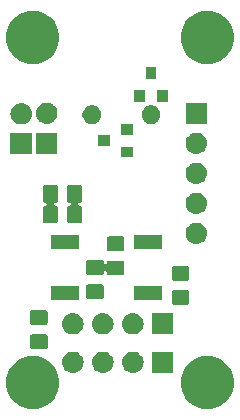
<source format=gbr>
G04 #@! TF.GenerationSoftware,KiCad,Pcbnew,(5.0.2)-1*
G04 #@! TF.CreationDate,2020-09-16T07:35:29+02:00*
G04 #@! TF.ProjectId,TinkerShieldPaddle,54696e6b-6572-4536-9869-656c64506164,rev?*
G04 #@! TF.SameCoordinates,Original*
G04 #@! TF.FileFunction,Soldermask,Top*
G04 #@! TF.FilePolarity,Negative*
%FSLAX46Y46*%
G04 Gerber Fmt 4.6, Leading zero omitted, Abs format (unit mm)*
G04 Created by KiCad (PCBNEW (5.0.2)-1) date 16.09.2020 07:35:29*
%MOMM*%
%LPD*%
G01*
G04 APERTURE LIST*
%ADD10C,0.100000*%
G04 APERTURE END LIST*
D10*
G36*
X167808445Y-147516254D02*
X168156593Y-147585504D01*
X168566249Y-147755189D01*
X168934929Y-148001534D01*
X169248466Y-148315071D01*
X169494811Y-148683751D01*
X169664496Y-149093407D01*
X169751000Y-149528296D01*
X169751000Y-149971704D01*
X169664496Y-150406593D01*
X169494811Y-150816249D01*
X169248466Y-151184929D01*
X168934929Y-151498466D01*
X168566249Y-151744811D01*
X168156593Y-151914496D01*
X167808445Y-151983746D01*
X167721706Y-152001000D01*
X167278294Y-152001000D01*
X167191555Y-151983746D01*
X166843407Y-151914496D01*
X166433751Y-151744811D01*
X166065071Y-151498466D01*
X165751534Y-151184929D01*
X165505189Y-150816249D01*
X165335504Y-150406593D01*
X165249000Y-149971704D01*
X165249000Y-149528296D01*
X165335504Y-149093407D01*
X165505189Y-148683751D01*
X165751534Y-148315071D01*
X166065071Y-148001534D01*
X166433751Y-147755189D01*
X166843407Y-147585504D01*
X167191555Y-147516254D01*
X167278294Y-147499000D01*
X167721706Y-147499000D01*
X167808445Y-147516254D01*
X167808445Y-147516254D01*
G37*
G36*
X153058445Y-147516254D02*
X153406593Y-147585504D01*
X153816249Y-147755189D01*
X154184929Y-148001534D01*
X154498466Y-148315071D01*
X154744811Y-148683751D01*
X154914496Y-149093407D01*
X155001000Y-149528296D01*
X155001000Y-149971704D01*
X154914496Y-150406593D01*
X154744811Y-150816249D01*
X154498466Y-151184929D01*
X154184929Y-151498466D01*
X153816249Y-151744811D01*
X153406593Y-151914496D01*
X153058445Y-151983746D01*
X152971706Y-152001000D01*
X152528294Y-152001000D01*
X152441555Y-151983746D01*
X152093407Y-151914496D01*
X151683751Y-151744811D01*
X151315071Y-151498466D01*
X151001534Y-151184929D01*
X150755189Y-150816249D01*
X150585504Y-150406593D01*
X150499000Y-149971704D01*
X150499000Y-149528296D01*
X150585504Y-149093407D01*
X150755189Y-148683751D01*
X151001534Y-148315071D01*
X151315071Y-148001534D01*
X151683751Y-147755189D01*
X152093407Y-147585504D01*
X152441555Y-147516254D01*
X152528294Y-147499000D01*
X152971706Y-147499000D01*
X153058445Y-147516254D01*
X153058445Y-147516254D01*
G37*
G36*
X164651000Y-148901000D02*
X162849000Y-148901000D01*
X162849000Y-147099000D01*
X164651000Y-147099000D01*
X164651000Y-148901000D01*
X164651000Y-148901000D01*
G37*
G36*
X156240442Y-147105518D02*
X156306627Y-147112037D01*
X156419853Y-147146384D01*
X156476467Y-147163557D01*
X156615087Y-147237652D01*
X156632991Y-147247222D01*
X156668729Y-147276552D01*
X156770186Y-147359814D01*
X156853448Y-147461271D01*
X156882778Y-147497009D01*
X156882779Y-147497011D01*
X156966443Y-147653533D01*
X156966443Y-147653534D01*
X157017963Y-147823373D01*
X157035359Y-148000000D01*
X157017963Y-148176627D01*
X156983616Y-148289853D01*
X156966443Y-148346467D01*
X156892348Y-148485087D01*
X156882778Y-148502991D01*
X156853448Y-148538729D01*
X156770186Y-148640186D01*
X156668729Y-148723448D01*
X156632991Y-148752778D01*
X156632989Y-148752779D01*
X156476467Y-148836443D01*
X156419853Y-148853616D01*
X156306627Y-148887963D01*
X156240443Y-148894481D01*
X156174260Y-148901000D01*
X156085740Y-148901000D01*
X156019557Y-148894481D01*
X155953373Y-148887963D01*
X155840147Y-148853616D01*
X155783533Y-148836443D01*
X155627011Y-148752779D01*
X155627009Y-148752778D01*
X155591271Y-148723448D01*
X155489814Y-148640186D01*
X155406552Y-148538729D01*
X155377222Y-148502991D01*
X155367652Y-148485087D01*
X155293557Y-148346467D01*
X155276384Y-148289853D01*
X155242037Y-148176627D01*
X155224641Y-148000000D01*
X155242037Y-147823373D01*
X155293557Y-147653534D01*
X155293557Y-147653533D01*
X155377221Y-147497011D01*
X155377222Y-147497009D01*
X155406552Y-147461271D01*
X155489814Y-147359814D01*
X155591271Y-147276552D01*
X155627009Y-147247222D01*
X155644913Y-147237652D01*
X155783533Y-147163557D01*
X155840147Y-147146384D01*
X155953373Y-147112037D01*
X156019558Y-147105518D01*
X156085740Y-147099000D01*
X156174260Y-147099000D01*
X156240442Y-147105518D01*
X156240442Y-147105518D01*
G37*
G36*
X161320442Y-147105518D02*
X161386627Y-147112037D01*
X161499853Y-147146384D01*
X161556467Y-147163557D01*
X161695087Y-147237652D01*
X161712991Y-147247222D01*
X161748729Y-147276552D01*
X161850186Y-147359814D01*
X161933448Y-147461271D01*
X161962778Y-147497009D01*
X161962779Y-147497011D01*
X162046443Y-147653533D01*
X162046443Y-147653534D01*
X162097963Y-147823373D01*
X162115359Y-148000000D01*
X162097963Y-148176627D01*
X162063616Y-148289853D01*
X162046443Y-148346467D01*
X161972348Y-148485087D01*
X161962778Y-148502991D01*
X161933448Y-148538729D01*
X161850186Y-148640186D01*
X161748729Y-148723448D01*
X161712991Y-148752778D01*
X161712989Y-148752779D01*
X161556467Y-148836443D01*
X161499853Y-148853616D01*
X161386627Y-148887963D01*
X161320443Y-148894481D01*
X161254260Y-148901000D01*
X161165740Y-148901000D01*
X161099557Y-148894481D01*
X161033373Y-148887963D01*
X160920147Y-148853616D01*
X160863533Y-148836443D01*
X160707011Y-148752779D01*
X160707009Y-148752778D01*
X160671271Y-148723448D01*
X160569814Y-148640186D01*
X160486552Y-148538729D01*
X160457222Y-148502991D01*
X160447652Y-148485087D01*
X160373557Y-148346467D01*
X160356384Y-148289853D01*
X160322037Y-148176627D01*
X160304641Y-148000000D01*
X160322037Y-147823373D01*
X160373557Y-147653534D01*
X160373557Y-147653533D01*
X160457221Y-147497011D01*
X160457222Y-147497009D01*
X160486552Y-147461271D01*
X160569814Y-147359814D01*
X160671271Y-147276552D01*
X160707009Y-147247222D01*
X160724913Y-147237652D01*
X160863533Y-147163557D01*
X160920147Y-147146384D01*
X161033373Y-147112037D01*
X161099558Y-147105518D01*
X161165740Y-147099000D01*
X161254260Y-147099000D01*
X161320442Y-147105518D01*
X161320442Y-147105518D01*
G37*
G36*
X158780442Y-147105518D02*
X158846627Y-147112037D01*
X158959853Y-147146384D01*
X159016467Y-147163557D01*
X159155087Y-147237652D01*
X159172991Y-147247222D01*
X159208729Y-147276552D01*
X159310186Y-147359814D01*
X159393448Y-147461271D01*
X159422778Y-147497009D01*
X159422779Y-147497011D01*
X159506443Y-147653533D01*
X159506443Y-147653534D01*
X159557963Y-147823373D01*
X159575359Y-148000000D01*
X159557963Y-148176627D01*
X159523616Y-148289853D01*
X159506443Y-148346467D01*
X159432348Y-148485087D01*
X159422778Y-148502991D01*
X159393448Y-148538729D01*
X159310186Y-148640186D01*
X159208729Y-148723448D01*
X159172991Y-148752778D01*
X159172989Y-148752779D01*
X159016467Y-148836443D01*
X158959853Y-148853616D01*
X158846627Y-148887963D01*
X158780443Y-148894481D01*
X158714260Y-148901000D01*
X158625740Y-148901000D01*
X158559557Y-148894481D01*
X158493373Y-148887963D01*
X158380147Y-148853616D01*
X158323533Y-148836443D01*
X158167011Y-148752779D01*
X158167009Y-148752778D01*
X158131271Y-148723448D01*
X158029814Y-148640186D01*
X157946552Y-148538729D01*
X157917222Y-148502991D01*
X157907652Y-148485087D01*
X157833557Y-148346467D01*
X157816384Y-148289853D01*
X157782037Y-148176627D01*
X157764641Y-148000000D01*
X157782037Y-147823373D01*
X157833557Y-147653534D01*
X157833557Y-147653533D01*
X157917221Y-147497011D01*
X157917222Y-147497009D01*
X157946552Y-147461271D01*
X158029814Y-147359814D01*
X158131271Y-147276552D01*
X158167009Y-147247222D01*
X158184913Y-147237652D01*
X158323533Y-147163557D01*
X158380147Y-147146384D01*
X158493373Y-147112037D01*
X158559558Y-147105518D01*
X158625740Y-147099000D01*
X158714260Y-147099000D01*
X158780442Y-147105518D01*
X158780442Y-147105518D01*
G37*
G36*
X153838677Y-145653465D02*
X153876364Y-145664898D01*
X153911103Y-145683466D01*
X153941548Y-145708452D01*
X153966534Y-145738897D01*
X153985102Y-145773636D01*
X153996535Y-145811323D01*
X154001000Y-145856661D01*
X154001000Y-146693339D01*
X153996535Y-146738677D01*
X153985102Y-146776364D01*
X153966534Y-146811103D01*
X153941548Y-146841548D01*
X153911103Y-146866534D01*
X153876364Y-146885102D01*
X153838677Y-146896535D01*
X153793339Y-146901000D01*
X152706661Y-146901000D01*
X152661323Y-146896535D01*
X152623636Y-146885102D01*
X152588897Y-146866534D01*
X152558452Y-146841548D01*
X152533466Y-146811103D01*
X152514898Y-146776364D01*
X152503465Y-146738677D01*
X152499000Y-146693339D01*
X152499000Y-145856661D01*
X152503465Y-145811323D01*
X152514898Y-145773636D01*
X152533466Y-145738897D01*
X152558452Y-145708452D01*
X152588897Y-145683466D01*
X152623636Y-145664898D01*
X152661323Y-145653465D01*
X152706661Y-145649000D01*
X153793339Y-145649000D01*
X153838677Y-145653465D01*
X153838677Y-145653465D01*
G37*
G36*
X156240442Y-143855518D02*
X156306627Y-143862037D01*
X156419853Y-143896384D01*
X156476467Y-143913557D01*
X156615087Y-143987652D01*
X156632991Y-143997222D01*
X156668729Y-144026552D01*
X156770186Y-144109814D01*
X156853448Y-144211271D01*
X156882778Y-144247009D01*
X156882779Y-144247011D01*
X156966443Y-144403533D01*
X156966443Y-144403534D01*
X157017963Y-144573373D01*
X157035359Y-144750000D01*
X157017963Y-144926627D01*
X156983616Y-145039853D01*
X156966443Y-145096467D01*
X156892348Y-145235087D01*
X156882778Y-145252991D01*
X156853448Y-145288729D01*
X156770186Y-145390186D01*
X156668729Y-145473448D01*
X156632991Y-145502778D01*
X156632989Y-145502779D01*
X156476467Y-145586443D01*
X156419853Y-145603616D01*
X156306627Y-145637963D01*
X156240442Y-145644482D01*
X156174260Y-145651000D01*
X156085740Y-145651000D01*
X156019558Y-145644482D01*
X155953373Y-145637963D01*
X155840147Y-145603616D01*
X155783533Y-145586443D01*
X155627011Y-145502779D01*
X155627009Y-145502778D01*
X155591271Y-145473448D01*
X155489814Y-145390186D01*
X155406552Y-145288729D01*
X155377222Y-145252991D01*
X155367652Y-145235087D01*
X155293557Y-145096467D01*
X155276384Y-145039853D01*
X155242037Y-144926627D01*
X155224641Y-144750000D01*
X155242037Y-144573373D01*
X155293557Y-144403534D01*
X155293557Y-144403533D01*
X155377221Y-144247011D01*
X155377222Y-144247009D01*
X155406552Y-144211271D01*
X155489814Y-144109814D01*
X155591271Y-144026552D01*
X155627009Y-143997222D01*
X155644913Y-143987652D01*
X155783533Y-143913557D01*
X155840147Y-143896384D01*
X155953373Y-143862037D01*
X156019558Y-143855518D01*
X156085740Y-143849000D01*
X156174260Y-143849000D01*
X156240442Y-143855518D01*
X156240442Y-143855518D01*
G37*
G36*
X158780442Y-143855518D02*
X158846627Y-143862037D01*
X158959853Y-143896384D01*
X159016467Y-143913557D01*
X159155087Y-143987652D01*
X159172991Y-143997222D01*
X159208729Y-144026552D01*
X159310186Y-144109814D01*
X159393448Y-144211271D01*
X159422778Y-144247009D01*
X159422779Y-144247011D01*
X159506443Y-144403533D01*
X159506443Y-144403534D01*
X159557963Y-144573373D01*
X159575359Y-144750000D01*
X159557963Y-144926627D01*
X159523616Y-145039853D01*
X159506443Y-145096467D01*
X159432348Y-145235087D01*
X159422778Y-145252991D01*
X159393448Y-145288729D01*
X159310186Y-145390186D01*
X159208729Y-145473448D01*
X159172991Y-145502778D01*
X159172989Y-145502779D01*
X159016467Y-145586443D01*
X158959853Y-145603616D01*
X158846627Y-145637963D01*
X158780442Y-145644482D01*
X158714260Y-145651000D01*
X158625740Y-145651000D01*
X158559558Y-145644482D01*
X158493373Y-145637963D01*
X158380147Y-145603616D01*
X158323533Y-145586443D01*
X158167011Y-145502779D01*
X158167009Y-145502778D01*
X158131271Y-145473448D01*
X158029814Y-145390186D01*
X157946552Y-145288729D01*
X157917222Y-145252991D01*
X157907652Y-145235087D01*
X157833557Y-145096467D01*
X157816384Y-145039853D01*
X157782037Y-144926627D01*
X157764641Y-144750000D01*
X157782037Y-144573373D01*
X157833557Y-144403534D01*
X157833557Y-144403533D01*
X157917221Y-144247011D01*
X157917222Y-144247009D01*
X157946552Y-144211271D01*
X158029814Y-144109814D01*
X158131271Y-144026552D01*
X158167009Y-143997222D01*
X158184913Y-143987652D01*
X158323533Y-143913557D01*
X158380147Y-143896384D01*
X158493373Y-143862037D01*
X158559558Y-143855518D01*
X158625740Y-143849000D01*
X158714260Y-143849000D01*
X158780442Y-143855518D01*
X158780442Y-143855518D01*
G37*
G36*
X161320442Y-143855518D02*
X161386627Y-143862037D01*
X161499853Y-143896384D01*
X161556467Y-143913557D01*
X161695087Y-143987652D01*
X161712991Y-143997222D01*
X161748729Y-144026552D01*
X161850186Y-144109814D01*
X161933448Y-144211271D01*
X161962778Y-144247009D01*
X161962779Y-144247011D01*
X162046443Y-144403533D01*
X162046443Y-144403534D01*
X162097963Y-144573373D01*
X162115359Y-144750000D01*
X162097963Y-144926627D01*
X162063616Y-145039853D01*
X162046443Y-145096467D01*
X161972348Y-145235087D01*
X161962778Y-145252991D01*
X161933448Y-145288729D01*
X161850186Y-145390186D01*
X161748729Y-145473448D01*
X161712991Y-145502778D01*
X161712989Y-145502779D01*
X161556467Y-145586443D01*
X161499853Y-145603616D01*
X161386627Y-145637963D01*
X161320442Y-145644482D01*
X161254260Y-145651000D01*
X161165740Y-145651000D01*
X161099558Y-145644482D01*
X161033373Y-145637963D01*
X160920147Y-145603616D01*
X160863533Y-145586443D01*
X160707011Y-145502779D01*
X160707009Y-145502778D01*
X160671271Y-145473448D01*
X160569814Y-145390186D01*
X160486552Y-145288729D01*
X160457222Y-145252991D01*
X160447652Y-145235087D01*
X160373557Y-145096467D01*
X160356384Y-145039853D01*
X160322037Y-144926627D01*
X160304641Y-144750000D01*
X160322037Y-144573373D01*
X160373557Y-144403534D01*
X160373557Y-144403533D01*
X160457221Y-144247011D01*
X160457222Y-144247009D01*
X160486552Y-144211271D01*
X160569814Y-144109814D01*
X160671271Y-144026552D01*
X160707009Y-143997222D01*
X160724913Y-143987652D01*
X160863533Y-143913557D01*
X160920147Y-143896384D01*
X161033373Y-143862037D01*
X161099558Y-143855518D01*
X161165740Y-143849000D01*
X161254260Y-143849000D01*
X161320442Y-143855518D01*
X161320442Y-143855518D01*
G37*
G36*
X164651000Y-145651000D02*
X162849000Y-145651000D01*
X162849000Y-143849000D01*
X164651000Y-143849000D01*
X164651000Y-145651000D01*
X164651000Y-145651000D01*
G37*
G36*
X153838677Y-143603465D02*
X153876364Y-143614898D01*
X153911103Y-143633466D01*
X153941548Y-143658452D01*
X153966534Y-143688897D01*
X153985102Y-143723636D01*
X153996535Y-143761323D01*
X154001000Y-143806661D01*
X154001000Y-144643339D01*
X153996535Y-144688677D01*
X153985102Y-144726364D01*
X153966534Y-144761103D01*
X153941548Y-144791548D01*
X153911103Y-144816534D01*
X153876364Y-144835102D01*
X153838677Y-144846535D01*
X153793339Y-144851000D01*
X152706661Y-144851000D01*
X152661323Y-144846535D01*
X152623636Y-144835102D01*
X152588897Y-144816534D01*
X152558452Y-144791548D01*
X152533466Y-144761103D01*
X152514898Y-144726364D01*
X152503465Y-144688677D01*
X152499000Y-144643339D01*
X152499000Y-143806661D01*
X152503465Y-143761323D01*
X152514898Y-143723636D01*
X152533466Y-143688897D01*
X152558452Y-143658452D01*
X152588897Y-143633466D01*
X152623636Y-143614898D01*
X152661323Y-143603465D01*
X152706661Y-143599000D01*
X153793339Y-143599000D01*
X153838677Y-143603465D01*
X153838677Y-143603465D01*
G37*
G36*
X165838677Y-141903465D02*
X165876364Y-141914898D01*
X165911103Y-141933466D01*
X165941548Y-141958452D01*
X165966534Y-141988897D01*
X165985102Y-142023636D01*
X165996535Y-142061323D01*
X166001000Y-142106661D01*
X166001000Y-142943339D01*
X165996535Y-142988677D01*
X165985102Y-143026364D01*
X165966534Y-143061103D01*
X165941548Y-143091548D01*
X165911103Y-143116534D01*
X165876364Y-143135102D01*
X165838677Y-143146535D01*
X165793339Y-143151000D01*
X164706661Y-143151000D01*
X164661323Y-143146535D01*
X164623636Y-143135102D01*
X164588897Y-143116534D01*
X164558452Y-143091548D01*
X164533466Y-143061103D01*
X164514898Y-143026364D01*
X164503465Y-142988677D01*
X164499000Y-142943339D01*
X164499000Y-142106661D01*
X164503465Y-142061323D01*
X164514898Y-142023636D01*
X164533466Y-141988897D01*
X164558452Y-141958452D01*
X164588897Y-141933466D01*
X164623636Y-141914898D01*
X164661323Y-141903465D01*
X164706661Y-141899000D01*
X165793339Y-141899000D01*
X165838677Y-141903465D01*
X165838677Y-141903465D01*
G37*
G36*
X163676000Y-142751000D02*
X161324000Y-142751000D01*
X161324000Y-141549000D01*
X163676000Y-141549000D01*
X163676000Y-142751000D01*
X163676000Y-142751000D01*
G37*
G36*
X156676000Y-142751000D02*
X154324000Y-142751000D01*
X154324000Y-141549000D01*
X156676000Y-141549000D01*
X156676000Y-142751000D01*
X156676000Y-142751000D01*
G37*
G36*
X158588677Y-141403465D02*
X158626364Y-141414898D01*
X158661103Y-141433466D01*
X158691548Y-141458452D01*
X158716534Y-141488897D01*
X158735102Y-141523636D01*
X158746535Y-141561323D01*
X158751000Y-141606661D01*
X158751000Y-142443339D01*
X158746535Y-142488677D01*
X158735102Y-142526364D01*
X158716534Y-142561103D01*
X158691548Y-142591548D01*
X158661103Y-142616534D01*
X158626364Y-142635102D01*
X158588677Y-142646535D01*
X158543339Y-142651000D01*
X157456661Y-142651000D01*
X157411323Y-142646535D01*
X157373636Y-142635102D01*
X157338897Y-142616534D01*
X157308452Y-142591548D01*
X157283466Y-142561103D01*
X157264898Y-142526364D01*
X157253465Y-142488677D01*
X157249000Y-142443339D01*
X157249000Y-141606661D01*
X157253465Y-141561323D01*
X157264898Y-141523636D01*
X157283466Y-141488897D01*
X157308452Y-141458452D01*
X157338897Y-141433466D01*
X157373636Y-141414898D01*
X157411323Y-141403465D01*
X157456661Y-141399000D01*
X158543339Y-141399000D01*
X158588677Y-141403465D01*
X158588677Y-141403465D01*
G37*
G36*
X165838677Y-139853465D02*
X165876364Y-139864898D01*
X165911103Y-139883466D01*
X165941548Y-139908452D01*
X165966534Y-139938897D01*
X165985102Y-139973636D01*
X165996535Y-140011323D01*
X166001000Y-140056661D01*
X166001000Y-140893339D01*
X165996535Y-140938677D01*
X165985102Y-140976364D01*
X165966534Y-141011103D01*
X165941548Y-141041548D01*
X165911103Y-141066534D01*
X165876364Y-141085102D01*
X165838677Y-141096535D01*
X165793339Y-141101000D01*
X164706661Y-141101000D01*
X164661323Y-141096535D01*
X164623636Y-141085102D01*
X164588897Y-141066534D01*
X164558452Y-141041548D01*
X164533466Y-141011103D01*
X164514898Y-140976364D01*
X164503465Y-140938677D01*
X164499000Y-140893339D01*
X164499000Y-140056661D01*
X164503465Y-140011323D01*
X164514898Y-139973636D01*
X164533466Y-139938897D01*
X164558452Y-139908452D01*
X164588897Y-139883466D01*
X164623636Y-139864898D01*
X164661323Y-139853465D01*
X164706661Y-139849000D01*
X165793339Y-139849000D01*
X165838677Y-139853465D01*
X165838677Y-139853465D01*
G37*
G36*
X158588677Y-139353465D02*
X158626364Y-139364898D01*
X158661103Y-139383466D01*
X158691548Y-139408452D01*
X158716534Y-139438897D01*
X158735102Y-139473636D01*
X158746535Y-139511323D01*
X158751000Y-139556661D01*
X158751000Y-139580215D01*
X158753402Y-139604601D01*
X158760515Y-139628050D01*
X158772066Y-139649661D01*
X158787612Y-139668603D01*
X158806554Y-139684149D01*
X158828165Y-139695700D01*
X158851614Y-139702813D01*
X158876000Y-139705215D01*
X158900386Y-139702813D01*
X158923835Y-139695700D01*
X158945446Y-139684149D01*
X158964388Y-139668603D01*
X158979934Y-139649661D01*
X158991485Y-139628050D01*
X158998598Y-139604601D01*
X159000398Y-139592467D01*
X159003465Y-139561323D01*
X159014898Y-139523636D01*
X159033466Y-139488897D01*
X159058452Y-139458452D01*
X159088897Y-139433466D01*
X159123636Y-139414898D01*
X159161323Y-139403465D01*
X159206661Y-139399000D01*
X160293339Y-139399000D01*
X160338677Y-139403465D01*
X160376364Y-139414898D01*
X160411103Y-139433466D01*
X160441548Y-139458452D01*
X160466534Y-139488897D01*
X160485102Y-139523636D01*
X160496535Y-139561323D01*
X160501000Y-139606661D01*
X160501000Y-140443339D01*
X160496535Y-140488677D01*
X160485102Y-140526364D01*
X160466534Y-140561103D01*
X160441548Y-140591548D01*
X160411103Y-140616534D01*
X160376364Y-140635102D01*
X160338677Y-140646535D01*
X160293339Y-140651000D01*
X159206661Y-140651000D01*
X159161323Y-140646535D01*
X159123636Y-140635102D01*
X159088897Y-140616534D01*
X159058452Y-140591548D01*
X159033466Y-140561103D01*
X159014898Y-140526364D01*
X159003465Y-140488677D01*
X158999000Y-140443339D01*
X158999000Y-140419785D01*
X158996598Y-140395399D01*
X158989485Y-140371950D01*
X158977934Y-140350339D01*
X158962388Y-140331397D01*
X158943446Y-140315851D01*
X158921835Y-140304300D01*
X158898386Y-140297187D01*
X158874000Y-140294785D01*
X158849614Y-140297187D01*
X158826165Y-140304300D01*
X158804554Y-140315851D01*
X158785612Y-140331397D01*
X158770066Y-140350339D01*
X158758515Y-140371950D01*
X158751402Y-140395399D01*
X158749602Y-140407533D01*
X158746535Y-140438677D01*
X158735102Y-140476364D01*
X158716534Y-140511103D01*
X158691548Y-140541548D01*
X158661103Y-140566534D01*
X158626364Y-140585102D01*
X158588677Y-140596535D01*
X158543339Y-140601000D01*
X157456661Y-140601000D01*
X157411323Y-140596535D01*
X157373636Y-140585102D01*
X157338897Y-140566534D01*
X157308452Y-140541548D01*
X157283466Y-140511103D01*
X157264898Y-140476364D01*
X157253465Y-140438677D01*
X157249000Y-140393339D01*
X157249000Y-139556661D01*
X157253465Y-139511323D01*
X157264898Y-139473636D01*
X157283466Y-139438897D01*
X157308452Y-139408452D01*
X157338897Y-139383466D01*
X157373636Y-139364898D01*
X157411323Y-139353465D01*
X157456661Y-139349000D01*
X158543339Y-139349000D01*
X158588677Y-139353465D01*
X158588677Y-139353465D01*
G37*
G36*
X160338677Y-137353465D02*
X160376364Y-137364898D01*
X160411103Y-137383466D01*
X160441548Y-137408452D01*
X160466534Y-137438897D01*
X160485102Y-137473636D01*
X160496535Y-137511323D01*
X160501000Y-137556661D01*
X160501000Y-138393339D01*
X160496535Y-138438677D01*
X160485102Y-138476364D01*
X160466534Y-138511103D01*
X160441548Y-138541548D01*
X160411103Y-138566534D01*
X160376364Y-138585102D01*
X160338677Y-138596535D01*
X160293339Y-138601000D01*
X159206661Y-138601000D01*
X159161323Y-138596535D01*
X159123636Y-138585102D01*
X159088897Y-138566534D01*
X159058452Y-138541548D01*
X159033466Y-138511103D01*
X159014898Y-138476364D01*
X159003465Y-138438677D01*
X158999000Y-138393339D01*
X158999000Y-137556661D01*
X159003465Y-137511323D01*
X159014898Y-137473636D01*
X159033466Y-137438897D01*
X159058452Y-137408452D01*
X159088897Y-137383466D01*
X159123636Y-137364898D01*
X159161323Y-137353465D01*
X159206661Y-137349000D01*
X160293339Y-137349000D01*
X160338677Y-137353465D01*
X160338677Y-137353465D01*
G37*
G36*
X163676000Y-138451000D02*
X161324000Y-138451000D01*
X161324000Y-137249000D01*
X163676000Y-137249000D01*
X163676000Y-138451000D01*
X163676000Y-138451000D01*
G37*
G36*
X156676000Y-138451000D02*
X154324000Y-138451000D01*
X154324000Y-137249000D01*
X156676000Y-137249000D01*
X156676000Y-138451000D01*
X156676000Y-138451000D01*
G37*
G36*
X166695442Y-136185518D02*
X166761627Y-136192037D01*
X166874853Y-136226384D01*
X166931467Y-136243557D01*
X167070087Y-136317652D01*
X167087991Y-136327222D01*
X167123729Y-136356552D01*
X167225186Y-136439814D01*
X167308448Y-136541271D01*
X167337778Y-136577009D01*
X167337779Y-136577011D01*
X167421443Y-136733533D01*
X167421443Y-136733534D01*
X167472963Y-136903373D01*
X167490359Y-137080000D01*
X167472963Y-137256627D01*
X167440119Y-137364898D01*
X167421443Y-137426467D01*
X167398194Y-137469962D01*
X167337778Y-137582991D01*
X167308448Y-137618729D01*
X167225186Y-137720186D01*
X167123729Y-137803448D01*
X167087991Y-137832778D01*
X167087989Y-137832779D01*
X166931467Y-137916443D01*
X166874853Y-137933616D01*
X166761627Y-137967963D01*
X166695442Y-137974482D01*
X166629260Y-137981000D01*
X166540740Y-137981000D01*
X166474558Y-137974482D01*
X166408373Y-137967963D01*
X166295147Y-137933616D01*
X166238533Y-137916443D01*
X166082011Y-137832779D01*
X166082009Y-137832778D01*
X166046271Y-137803448D01*
X165944814Y-137720186D01*
X165861552Y-137618729D01*
X165832222Y-137582991D01*
X165771806Y-137469962D01*
X165748557Y-137426467D01*
X165729881Y-137364898D01*
X165697037Y-137256627D01*
X165679641Y-137080000D01*
X165697037Y-136903373D01*
X165748557Y-136733534D01*
X165748557Y-136733533D01*
X165832221Y-136577011D01*
X165832222Y-136577009D01*
X165861552Y-136541271D01*
X165944814Y-136439814D01*
X166046271Y-136356552D01*
X166082009Y-136327222D01*
X166099913Y-136317652D01*
X166238533Y-136243557D01*
X166295147Y-136226384D01*
X166408373Y-136192037D01*
X166474558Y-136185518D01*
X166540740Y-136179000D01*
X166629260Y-136179000D01*
X166695442Y-136185518D01*
X166695442Y-136185518D01*
G37*
G36*
X156738677Y-133003465D02*
X156776364Y-133014898D01*
X156811103Y-133033466D01*
X156841548Y-133058452D01*
X156866534Y-133088897D01*
X156885102Y-133123636D01*
X156896535Y-133161323D01*
X156901000Y-133206661D01*
X156901000Y-134293339D01*
X156896535Y-134338677D01*
X156885102Y-134376364D01*
X156866534Y-134411103D01*
X156841548Y-134441548D01*
X156811103Y-134466534D01*
X156776364Y-134485102D01*
X156738677Y-134496535D01*
X156697380Y-134500602D01*
X156673346Y-134505382D01*
X156650707Y-134514760D01*
X156630333Y-134528374D01*
X156613006Y-134545701D01*
X156599392Y-134566075D01*
X156590014Y-134588714D01*
X156585234Y-134612748D01*
X156585234Y-134637252D01*
X156590014Y-134661286D01*
X156599392Y-134683925D01*
X156613006Y-134704299D01*
X156630333Y-134721626D01*
X156650707Y-134735240D01*
X156673346Y-134744618D01*
X156697380Y-134749398D01*
X156738677Y-134753465D01*
X156776364Y-134764898D01*
X156811103Y-134783466D01*
X156841548Y-134808452D01*
X156866534Y-134838897D01*
X156885102Y-134873636D01*
X156896535Y-134911323D01*
X156901000Y-134956661D01*
X156901000Y-136043339D01*
X156896535Y-136088677D01*
X156885102Y-136126364D01*
X156866534Y-136161103D01*
X156841548Y-136191548D01*
X156811103Y-136216534D01*
X156776364Y-136235102D01*
X156738677Y-136246535D01*
X156693339Y-136251000D01*
X155856661Y-136251000D01*
X155811323Y-136246535D01*
X155773636Y-136235102D01*
X155738897Y-136216534D01*
X155708452Y-136191548D01*
X155683466Y-136161103D01*
X155664898Y-136126364D01*
X155653465Y-136088677D01*
X155649000Y-136043339D01*
X155649000Y-134956661D01*
X155653465Y-134911323D01*
X155664898Y-134873636D01*
X155683466Y-134838897D01*
X155708452Y-134808452D01*
X155738897Y-134783466D01*
X155773636Y-134764898D01*
X155811323Y-134753465D01*
X155852620Y-134749398D01*
X155876654Y-134744618D01*
X155899293Y-134735240D01*
X155919667Y-134721626D01*
X155936994Y-134704299D01*
X155950608Y-134683925D01*
X155959986Y-134661286D01*
X155964766Y-134637252D01*
X155964766Y-134612748D01*
X155959986Y-134588714D01*
X155950608Y-134566075D01*
X155936994Y-134545701D01*
X155919667Y-134528374D01*
X155899293Y-134514760D01*
X155876654Y-134505382D01*
X155852620Y-134500602D01*
X155811323Y-134496535D01*
X155773636Y-134485102D01*
X155738897Y-134466534D01*
X155708452Y-134441548D01*
X155683466Y-134411103D01*
X155664898Y-134376364D01*
X155653465Y-134338677D01*
X155649000Y-134293339D01*
X155649000Y-133206661D01*
X155653465Y-133161323D01*
X155664898Y-133123636D01*
X155683466Y-133088897D01*
X155708452Y-133058452D01*
X155738897Y-133033466D01*
X155773636Y-133014898D01*
X155811323Y-133003465D01*
X155856661Y-132999000D01*
X156693339Y-132999000D01*
X156738677Y-133003465D01*
X156738677Y-133003465D01*
G37*
G36*
X154688677Y-133003465D02*
X154726364Y-133014898D01*
X154761103Y-133033466D01*
X154791548Y-133058452D01*
X154816534Y-133088897D01*
X154835102Y-133123636D01*
X154846535Y-133161323D01*
X154851000Y-133206661D01*
X154851000Y-134293339D01*
X154846535Y-134338677D01*
X154835102Y-134376364D01*
X154816534Y-134411103D01*
X154791548Y-134441548D01*
X154761103Y-134466534D01*
X154726364Y-134485102D01*
X154688677Y-134496535D01*
X154647380Y-134500602D01*
X154623346Y-134505382D01*
X154600707Y-134514760D01*
X154580333Y-134528374D01*
X154563006Y-134545701D01*
X154549392Y-134566075D01*
X154540014Y-134588714D01*
X154535234Y-134612748D01*
X154535234Y-134637252D01*
X154540014Y-134661286D01*
X154549392Y-134683925D01*
X154563006Y-134704299D01*
X154580333Y-134721626D01*
X154600707Y-134735240D01*
X154623346Y-134744618D01*
X154647380Y-134749398D01*
X154688677Y-134753465D01*
X154726364Y-134764898D01*
X154761103Y-134783466D01*
X154791548Y-134808452D01*
X154816534Y-134838897D01*
X154835102Y-134873636D01*
X154846535Y-134911323D01*
X154851000Y-134956661D01*
X154851000Y-136043339D01*
X154846535Y-136088677D01*
X154835102Y-136126364D01*
X154816534Y-136161103D01*
X154791548Y-136191548D01*
X154761103Y-136216534D01*
X154726364Y-136235102D01*
X154688677Y-136246535D01*
X154643339Y-136251000D01*
X153806661Y-136251000D01*
X153761323Y-136246535D01*
X153723636Y-136235102D01*
X153688897Y-136216534D01*
X153658452Y-136191548D01*
X153633466Y-136161103D01*
X153614898Y-136126364D01*
X153603465Y-136088677D01*
X153599000Y-136043339D01*
X153599000Y-134956661D01*
X153603465Y-134911323D01*
X153614898Y-134873636D01*
X153633466Y-134838897D01*
X153658452Y-134808452D01*
X153688897Y-134783466D01*
X153723636Y-134764898D01*
X153761323Y-134753465D01*
X153802620Y-134749398D01*
X153826654Y-134744618D01*
X153849293Y-134735240D01*
X153869667Y-134721626D01*
X153886994Y-134704299D01*
X153900608Y-134683925D01*
X153909986Y-134661286D01*
X153914766Y-134637252D01*
X153914766Y-134612748D01*
X153909986Y-134588714D01*
X153900608Y-134566075D01*
X153886994Y-134545701D01*
X153869667Y-134528374D01*
X153849293Y-134514760D01*
X153826654Y-134505382D01*
X153802620Y-134500602D01*
X153761323Y-134496535D01*
X153723636Y-134485102D01*
X153688897Y-134466534D01*
X153658452Y-134441548D01*
X153633466Y-134411103D01*
X153614898Y-134376364D01*
X153603465Y-134338677D01*
X153599000Y-134293339D01*
X153599000Y-133206661D01*
X153603465Y-133161323D01*
X153614898Y-133123636D01*
X153633466Y-133088897D01*
X153658452Y-133058452D01*
X153688897Y-133033466D01*
X153723636Y-133014898D01*
X153761323Y-133003465D01*
X153806661Y-132999000D01*
X154643339Y-132999000D01*
X154688677Y-133003465D01*
X154688677Y-133003465D01*
G37*
G36*
X166695443Y-133645519D02*
X166761627Y-133652037D01*
X166874853Y-133686384D01*
X166931467Y-133703557D01*
X167070087Y-133777652D01*
X167087991Y-133787222D01*
X167123729Y-133816552D01*
X167225186Y-133899814D01*
X167308448Y-134001271D01*
X167337778Y-134037009D01*
X167337779Y-134037011D01*
X167421443Y-134193533D01*
X167421443Y-134193534D01*
X167472963Y-134363373D01*
X167490359Y-134540000D01*
X167472963Y-134716627D01*
X167445108Y-134808452D01*
X167421443Y-134886467D01*
X167408157Y-134911323D01*
X167337778Y-135042991D01*
X167308448Y-135078729D01*
X167225186Y-135180186D01*
X167123729Y-135263448D01*
X167087991Y-135292778D01*
X167087989Y-135292779D01*
X166931467Y-135376443D01*
X166874853Y-135393616D01*
X166761627Y-135427963D01*
X166695443Y-135434481D01*
X166629260Y-135441000D01*
X166540740Y-135441000D01*
X166474557Y-135434481D01*
X166408373Y-135427963D01*
X166295147Y-135393616D01*
X166238533Y-135376443D01*
X166082011Y-135292779D01*
X166082009Y-135292778D01*
X166046271Y-135263448D01*
X165944814Y-135180186D01*
X165861552Y-135078729D01*
X165832222Y-135042991D01*
X165761843Y-134911323D01*
X165748557Y-134886467D01*
X165724892Y-134808452D01*
X165697037Y-134716627D01*
X165679641Y-134540000D01*
X165697037Y-134363373D01*
X165748557Y-134193534D01*
X165748557Y-134193533D01*
X165832221Y-134037011D01*
X165832222Y-134037009D01*
X165861552Y-134001271D01*
X165944814Y-133899814D01*
X166046271Y-133816552D01*
X166082009Y-133787222D01*
X166099913Y-133777652D01*
X166238533Y-133703557D01*
X166295147Y-133686384D01*
X166408373Y-133652037D01*
X166474557Y-133645519D01*
X166540740Y-133639000D01*
X166629260Y-133639000D01*
X166695443Y-133645519D01*
X166695443Y-133645519D01*
G37*
G36*
X166695442Y-131105518D02*
X166761627Y-131112037D01*
X166874853Y-131146384D01*
X166931467Y-131163557D01*
X167070087Y-131237652D01*
X167087991Y-131247222D01*
X167123729Y-131276552D01*
X167225186Y-131359814D01*
X167308448Y-131461271D01*
X167337778Y-131497009D01*
X167337779Y-131497011D01*
X167421443Y-131653533D01*
X167421443Y-131653534D01*
X167472963Y-131823373D01*
X167490359Y-132000000D01*
X167472963Y-132176627D01*
X167438616Y-132289853D01*
X167421443Y-132346467D01*
X167347348Y-132485087D01*
X167337778Y-132502991D01*
X167308448Y-132538729D01*
X167225186Y-132640186D01*
X167123729Y-132723448D01*
X167087991Y-132752778D01*
X167087989Y-132752779D01*
X166931467Y-132836443D01*
X166874853Y-132853616D01*
X166761627Y-132887963D01*
X166695443Y-132894481D01*
X166629260Y-132901000D01*
X166540740Y-132901000D01*
X166474557Y-132894481D01*
X166408373Y-132887963D01*
X166295147Y-132853616D01*
X166238533Y-132836443D01*
X166082011Y-132752779D01*
X166082009Y-132752778D01*
X166046271Y-132723448D01*
X165944814Y-132640186D01*
X165861552Y-132538729D01*
X165832222Y-132502991D01*
X165822652Y-132485087D01*
X165748557Y-132346467D01*
X165731384Y-132289853D01*
X165697037Y-132176627D01*
X165679641Y-132000000D01*
X165697037Y-131823373D01*
X165748557Y-131653534D01*
X165748557Y-131653533D01*
X165832221Y-131497011D01*
X165832222Y-131497009D01*
X165861552Y-131461271D01*
X165944814Y-131359814D01*
X166046271Y-131276552D01*
X166082009Y-131247222D01*
X166099913Y-131237652D01*
X166238533Y-131163557D01*
X166295147Y-131146384D01*
X166408373Y-131112037D01*
X166474558Y-131105518D01*
X166540740Y-131099000D01*
X166629260Y-131099000D01*
X166695442Y-131105518D01*
X166695442Y-131105518D01*
G37*
G36*
X161251000Y-130651000D02*
X160249000Y-130651000D01*
X160249000Y-129749000D01*
X161251000Y-129749000D01*
X161251000Y-130651000D01*
X161251000Y-130651000D01*
G37*
G36*
X152651000Y-130401000D02*
X150849000Y-130401000D01*
X150849000Y-128599000D01*
X152651000Y-128599000D01*
X152651000Y-130401000D01*
X152651000Y-130401000D01*
G37*
G36*
X154816000Y-130361000D02*
X153014000Y-130361000D01*
X153014000Y-128559000D01*
X154816000Y-128559000D01*
X154816000Y-130361000D01*
X154816000Y-130361000D01*
G37*
G36*
X166695442Y-128565518D02*
X166761627Y-128572037D01*
X166850512Y-128599000D01*
X166931467Y-128623557D01*
X167070087Y-128697652D01*
X167087991Y-128707222D01*
X167123729Y-128736552D01*
X167225186Y-128819814D01*
X167308448Y-128921271D01*
X167337778Y-128957009D01*
X167337779Y-128957011D01*
X167421443Y-129113533D01*
X167421443Y-129113534D01*
X167472963Y-129283373D01*
X167490359Y-129460000D01*
X167472963Y-129636627D01*
X167438875Y-129749000D01*
X167421443Y-129806467D01*
X167347348Y-129945087D01*
X167337778Y-129962991D01*
X167308448Y-129998729D01*
X167225186Y-130100186D01*
X167123729Y-130183448D01*
X167087991Y-130212778D01*
X167087989Y-130212779D01*
X166931467Y-130296443D01*
X166874853Y-130313616D01*
X166761627Y-130347963D01*
X166695442Y-130354482D01*
X166629260Y-130361000D01*
X166540740Y-130361000D01*
X166474558Y-130354482D01*
X166408373Y-130347963D01*
X166295147Y-130313616D01*
X166238533Y-130296443D01*
X166082011Y-130212779D01*
X166082009Y-130212778D01*
X166046271Y-130183448D01*
X165944814Y-130100186D01*
X165861552Y-129998729D01*
X165832222Y-129962991D01*
X165822652Y-129945087D01*
X165748557Y-129806467D01*
X165731125Y-129749000D01*
X165697037Y-129636627D01*
X165679641Y-129460000D01*
X165697037Y-129283373D01*
X165748557Y-129113534D01*
X165748557Y-129113533D01*
X165832221Y-128957011D01*
X165832222Y-128957009D01*
X165861552Y-128921271D01*
X165944814Y-128819814D01*
X166046271Y-128736552D01*
X166082009Y-128707222D01*
X166099913Y-128697652D01*
X166238533Y-128623557D01*
X166319488Y-128599000D01*
X166408373Y-128572037D01*
X166474558Y-128565518D01*
X166540740Y-128559000D01*
X166629260Y-128559000D01*
X166695442Y-128565518D01*
X166695442Y-128565518D01*
G37*
G36*
X159251000Y-129701000D02*
X158249000Y-129701000D01*
X158249000Y-128799000D01*
X159251000Y-128799000D01*
X159251000Y-129701000D01*
X159251000Y-129701000D01*
G37*
G36*
X161251000Y-128751000D02*
X160249000Y-128751000D01*
X160249000Y-127849000D01*
X161251000Y-127849000D01*
X161251000Y-128751000D01*
X161251000Y-128751000D01*
G37*
G36*
X151860442Y-126065518D02*
X151926627Y-126072037D01*
X152039853Y-126106384D01*
X152096467Y-126123557D01*
X152178155Y-126167221D01*
X152252991Y-126207222D01*
X152288729Y-126236552D01*
X152390186Y-126319814D01*
X152469951Y-126417009D01*
X152502778Y-126457009D01*
X152502779Y-126457011D01*
X152586443Y-126613533D01*
X152586443Y-126613534D01*
X152637963Y-126783373D01*
X152655359Y-126960000D01*
X152637963Y-127136627D01*
X152603616Y-127249853D01*
X152586443Y-127306467D01*
X152524160Y-127422989D01*
X152502778Y-127462991D01*
X152473448Y-127498729D01*
X152390186Y-127600186D01*
X152302462Y-127672178D01*
X152252991Y-127712778D01*
X152252989Y-127712779D01*
X152096467Y-127796443D01*
X152058490Y-127807963D01*
X151926627Y-127847963D01*
X151860443Y-127854481D01*
X151794260Y-127861000D01*
X151705740Y-127861000D01*
X151639557Y-127854481D01*
X151573373Y-127847963D01*
X151441510Y-127807963D01*
X151403533Y-127796443D01*
X151247011Y-127712779D01*
X151247009Y-127712778D01*
X151197538Y-127672178D01*
X151109814Y-127600186D01*
X151026552Y-127498729D01*
X150997222Y-127462991D01*
X150975840Y-127422989D01*
X150913557Y-127306467D01*
X150896384Y-127249853D01*
X150862037Y-127136627D01*
X150844641Y-126960000D01*
X150862037Y-126783373D01*
X150913557Y-126613534D01*
X150913557Y-126613533D01*
X150997221Y-126457011D01*
X150997222Y-126457009D01*
X151030049Y-126417009D01*
X151109814Y-126319814D01*
X151211271Y-126236552D01*
X151247009Y-126207222D01*
X151321845Y-126167221D01*
X151403533Y-126123557D01*
X151460147Y-126106384D01*
X151573373Y-126072037D01*
X151639558Y-126065518D01*
X151705740Y-126059000D01*
X151794260Y-126059000D01*
X151860442Y-126065518D01*
X151860442Y-126065518D01*
G37*
G36*
X157983643Y-126279781D02*
X158129415Y-126340162D01*
X158260611Y-126427824D01*
X158372176Y-126539389D01*
X158459838Y-126670585D01*
X158520219Y-126816357D01*
X158551000Y-126971107D01*
X158551000Y-127128893D01*
X158520219Y-127283643D01*
X158459838Y-127429415D01*
X158372176Y-127560611D01*
X158260611Y-127672176D01*
X158129415Y-127759838D01*
X157983643Y-127820219D01*
X157828893Y-127851000D01*
X157671107Y-127851000D01*
X157516357Y-127820219D01*
X157370585Y-127759838D01*
X157239389Y-127672176D01*
X157127824Y-127560611D01*
X157040162Y-127429415D01*
X156979781Y-127283643D01*
X156949000Y-127128893D01*
X156949000Y-126971107D01*
X156979781Y-126816357D01*
X157040162Y-126670585D01*
X157127824Y-126539389D01*
X157239389Y-126427824D01*
X157370585Y-126340162D01*
X157516357Y-126279781D01*
X157671107Y-126249000D01*
X157828893Y-126249000D01*
X157983643Y-126279781D01*
X157983643Y-126279781D01*
G37*
G36*
X162983643Y-126279781D02*
X163129415Y-126340162D01*
X163260611Y-126427824D01*
X163372176Y-126539389D01*
X163459838Y-126670585D01*
X163520219Y-126816357D01*
X163551000Y-126971107D01*
X163551000Y-127128893D01*
X163520219Y-127283643D01*
X163459838Y-127429415D01*
X163372176Y-127560611D01*
X163260611Y-127672176D01*
X163129415Y-127759838D01*
X162983643Y-127820219D01*
X162828893Y-127851000D01*
X162671107Y-127851000D01*
X162516357Y-127820219D01*
X162370585Y-127759838D01*
X162239389Y-127672176D01*
X162127824Y-127560611D01*
X162040162Y-127429415D01*
X161979781Y-127283643D01*
X161949000Y-127128893D01*
X161949000Y-126971107D01*
X161979781Y-126816357D01*
X162040162Y-126670585D01*
X162127824Y-126539389D01*
X162239389Y-126427824D01*
X162370585Y-126340162D01*
X162516357Y-126279781D01*
X162671107Y-126249000D01*
X162828893Y-126249000D01*
X162983643Y-126279781D01*
X162983643Y-126279781D01*
G37*
G36*
X167486000Y-127821000D02*
X165684000Y-127821000D01*
X165684000Y-126019000D01*
X167486000Y-126019000D01*
X167486000Y-127821000D01*
X167486000Y-127821000D01*
G37*
G36*
X154025443Y-126025519D02*
X154091627Y-126032037D01*
X154180512Y-126059000D01*
X154261467Y-126083557D01*
X154400087Y-126157652D01*
X154417991Y-126167222D01*
X154453729Y-126196552D01*
X154555186Y-126279814D01*
X154604712Y-126340163D01*
X154667778Y-126417009D01*
X154667779Y-126417011D01*
X154751443Y-126573533D01*
X154751443Y-126573534D01*
X154802963Y-126743373D01*
X154820359Y-126920000D01*
X154802963Y-127096627D01*
X154790829Y-127136627D01*
X154751443Y-127266467D01*
X154730062Y-127306467D01*
X154667778Y-127422991D01*
X154662505Y-127429416D01*
X154555186Y-127560186D01*
X154453729Y-127643448D01*
X154417991Y-127672778D01*
X154417989Y-127672779D01*
X154261467Y-127756443D01*
X154204853Y-127773616D01*
X154091627Y-127807963D01*
X154025442Y-127814482D01*
X153959260Y-127821000D01*
X153870740Y-127821000D01*
X153804558Y-127814482D01*
X153738373Y-127807963D01*
X153625147Y-127773616D01*
X153568533Y-127756443D01*
X153412011Y-127672779D01*
X153412009Y-127672778D01*
X153376271Y-127643448D01*
X153274814Y-127560186D01*
X153167495Y-127429416D01*
X153162222Y-127422991D01*
X153099938Y-127306467D01*
X153078557Y-127266467D01*
X153039171Y-127136627D01*
X153027037Y-127096627D01*
X153009641Y-126920000D01*
X153027037Y-126743373D01*
X153078557Y-126573534D01*
X153078557Y-126573533D01*
X153162221Y-126417011D01*
X153162222Y-126417009D01*
X153225288Y-126340163D01*
X153274814Y-126279814D01*
X153376271Y-126196552D01*
X153412009Y-126167222D01*
X153429913Y-126157652D01*
X153568533Y-126083557D01*
X153649488Y-126059000D01*
X153738373Y-126032037D01*
X153804557Y-126025519D01*
X153870740Y-126019000D01*
X153959260Y-126019000D01*
X154025443Y-126025519D01*
X154025443Y-126025519D01*
G37*
G36*
X164151000Y-126001000D02*
X163249000Y-126001000D01*
X163249000Y-124999000D01*
X164151000Y-124999000D01*
X164151000Y-126001000D01*
X164151000Y-126001000D01*
G37*
G36*
X162251000Y-126001000D02*
X161349000Y-126001000D01*
X161349000Y-124999000D01*
X162251000Y-124999000D01*
X162251000Y-126001000D01*
X162251000Y-126001000D01*
G37*
G36*
X163201000Y-124001000D02*
X162299000Y-124001000D01*
X162299000Y-122999000D01*
X163201000Y-122999000D01*
X163201000Y-124001000D01*
X163201000Y-124001000D01*
G37*
G36*
X153058445Y-118266254D02*
X153406593Y-118335504D01*
X153816249Y-118505189D01*
X154184929Y-118751534D01*
X154498466Y-119065071D01*
X154744811Y-119433751D01*
X154914496Y-119843407D01*
X155001000Y-120278296D01*
X155001000Y-120721704D01*
X154914496Y-121156593D01*
X154744811Y-121566249D01*
X154498466Y-121934929D01*
X154184929Y-122248466D01*
X153816249Y-122494811D01*
X153406593Y-122664496D01*
X153058445Y-122733746D01*
X152971706Y-122751000D01*
X152528294Y-122751000D01*
X152441555Y-122733746D01*
X152093407Y-122664496D01*
X151683751Y-122494811D01*
X151315071Y-122248466D01*
X151001534Y-121934929D01*
X150755189Y-121566249D01*
X150585504Y-121156593D01*
X150499000Y-120721704D01*
X150499000Y-120278296D01*
X150585504Y-119843407D01*
X150755189Y-119433751D01*
X151001534Y-119065071D01*
X151315071Y-118751534D01*
X151683751Y-118505189D01*
X152093407Y-118335504D01*
X152441555Y-118266254D01*
X152528294Y-118249000D01*
X152971706Y-118249000D01*
X153058445Y-118266254D01*
X153058445Y-118266254D01*
G37*
G36*
X167808445Y-118266254D02*
X168156593Y-118335504D01*
X168566249Y-118505189D01*
X168934929Y-118751534D01*
X169248466Y-119065071D01*
X169494811Y-119433751D01*
X169664496Y-119843407D01*
X169751000Y-120278296D01*
X169751000Y-120721704D01*
X169664496Y-121156593D01*
X169494811Y-121566249D01*
X169248466Y-121934929D01*
X168934929Y-122248466D01*
X168566249Y-122494811D01*
X168156593Y-122664496D01*
X167808445Y-122733746D01*
X167721706Y-122751000D01*
X167278294Y-122751000D01*
X167191555Y-122733746D01*
X166843407Y-122664496D01*
X166433751Y-122494811D01*
X166065071Y-122248466D01*
X165751534Y-121934929D01*
X165505189Y-121566249D01*
X165335504Y-121156593D01*
X165249000Y-120721704D01*
X165249000Y-120278296D01*
X165335504Y-119843407D01*
X165505189Y-119433751D01*
X165751534Y-119065071D01*
X166065071Y-118751534D01*
X166433751Y-118505189D01*
X166843407Y-118335504D01*
X167191555Y-118266254D01*
X167278294Y-118249000D01*
X167721706Y-118249000D01*
X167808445Y-118266254D01*
X167808445Y-118266254D01*
G37*
M02*

</source>
